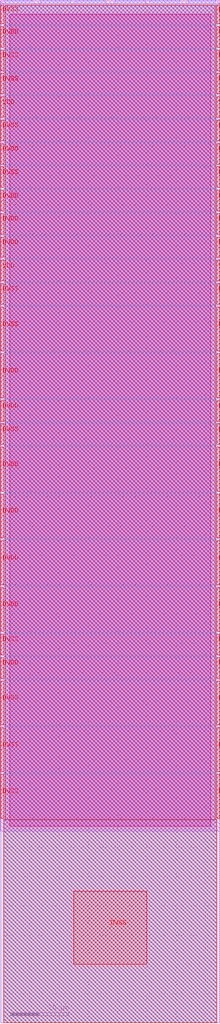
<source format=lef>
VERSION 5.7 ;
  NOWIREEXTENSIONATPIN ON ;
  DIVIDERCHAR "/" ;
  BUSBITCHARS "[]" ;
MACRO gf180mcu_fd_io__dvss
  CLASS PAD POWER ;
  FOREIGN gf180mcu_fd_io__dvss ;
  ORIGIN 0.000 0.000 ;
  SIZE 75.000 BY 350.000 ;
  SYMMETRY X Y R90 ;
  SITE GF_IO_Site ;
  PIN DVDD
    DIRECTION INOUT ;
    USE POWER ;
    PORT
      LAYER Metal5 ;
        RECT 74.000 118.000 75.000 125.000 ;
    END
    PORT
      LAYER Metal5 ;
        RECT 74.000 182.000 75.000 197.000 ;
    END
    PORT
      LAYER Metal5 ;
        RECT 74.000 166.000 75.000 181.000 ;
    END
    PORT
      LAYER Metal5 ;
        RECT 74.000 150.000 75.000 165.000 ;
    END
    PORT
      LAYER Metal5 ;
        RECT 74.000 134.000 75.000 149.000 ;
    END
    PORT
      LAYER Metal5 ;
        RECT 74.000 214.000 75.000 229.000 ;
    END
    PORT
      LAYER Metal5 ;
        RECT 74.000 206.000 75.000 213.000 ;
    END
    PORT
      LAYER Metal5 ;
        RECT 74.000 278.000 75.000 285.000 ;
    END
    PORT
      LAYER Metal5 ;
        RECT 74.000 270.000 75.000 277.000 ;
    END
    PORT
      LAYER Metal5 ;
        RECT 74.000 262.000 75.000 269.000 ;
    END
    PORT
      LAYER Metal5 ;
        RECT 74.000 294.000 75.000 301.000 ;
    END
    PORT
      LAYER Metal5 ;
        RECT 74.000 334.000 75.000 341.000 ;
    END
    PORT
      LAYER Metal4 ;
        RECT 74.000 118.000 75.000 125.000 ;
    END
    PORT
      LAYER Metal4 ;
        RECT 74.000 182.000 75.000 197.000 ;
    END
    PORT
      LAYER Metal4 ;
        RECT 74.000 166.000 75.000 181.000 ;
    END
    PORT
      LAYER Metal4 ;
        RECT 74.000 150.000 75.000 165.000 ;
    END
    PORT
      LAYER Metal4 ;
        RECT 74.000 134.000 75.000 149.000 ;
    END
    PORT
      LAYER Metal4 ;
        RECT 74.000 214.000 75.000 229.000 ;
    END
    PORT
      LAYER Metal4 ;
        RECT 74.000 206.000 75.000 213.000 ;
    END
    PORT
      LAYER Metal4 ;
        RECT 74.000 278.000 75.000 285.000 ;
    END
    PORT
      LAYER Metal4 ;
        RECT 74.000 270.000 75.000 277.000 ;
    END
    PORT
      LAYER Metal4 ;
        RECT 74.000 262.000 75.000 269.000 ;
    END
    PORT
      LAYER Metal4 ;
        RECT 74.000 294.000 75.000 301.000 ;
    END
    PORT
      LAYER Metal4 ;
        RECT 74.000 334.000 75.000 341.000 ;
    END
    PORT
      LAYER Metal3 ;
        RECT 74.000 118.000 75.000 125.000 ;
    END
    PORT
      LAYER Metal3 ;
        RECT 74.000 182.000 75.000 197.000 ;
    END
    PORT
      LAYER Metal3 ;
        RECT 74.000 166.000 75.000 181.000 ;
    END
    PORT
      LAYER Metal3 ;
        RECT 74.000 150.000 75.000 165.000 ;
    END
    PORT
      LAYER Metal3 ;
        RECT 74.000 134.000 75.000 149.000 ;
    END
    PORT
      LAYER Metal3 ;
        RECT 74.000 214.000 75.000 229.000 ;
    END
    PORT
      LAYER Metal3 ;
        RECT 74.000 206.000 75.000 213.000 ;
    END
    PORT
      LAYER Metal3 ;
        RECT 74.000 278.000 75.000 285.000 ;
    END
    PORT
      LAYER Metal3 ;
        RECT 74.000 270.000 75.000 277.000 ;
    END
    PORT
      LAYER Metal3 ;
        RECT 74.000 262.000 75.000 269.000 ;
    END
    PORT
      LAYER Metal3 ;
        RECT 74.000 294.000 75.000 301.000 ;
    END
    PORT
      LAYER Metal3 ;
        RECT 74.000 334.000 75.000 341.000 ;
    END
    PORT
      LAYER Metal3 ;
        RECT 0.000 334.000 1.000 341.000 ;
    END
    PORT
      LAYER Metal3 ;
        RECT 0.000 294.000 1.000 301.000 ;
    END
    PORT
      LAYER Metal3 ;
        RECT 0.000 262.000 1.000 269.000 ;
    END
    PORT
      LAYER Metal3 ;
        RECT 0.000 270.000 1.000 277.000 ;
    END
    PORT
      LAYER Metal3 ;
        RECT 0.000 278.000 1.000 285.000 ;
    END
    PORT
      LAYER Metal3 ;
        RECT 0.000 206.000 1.000 213.000 ;
    END
    PORT
      LAYER Metal3 ;
        RECT 0.000 214.000 1.000 229.000 ;
    END
    PORT
      LAYER Metal3 ;
        RECT 0.000 134.000 1.000 149.000 ;
    END
    PORT
      LAYER Metal3 ;
        RECT 0.000 150.000 1.000 165.000 ;
    END
    PORT
      LAYER Metal3 ;
        RECT 0.000 166.000 1.000 181.000 ;
    END
    PORT
      LAYER Metal3 ;
        RECT 0.000 182.000 1.000 197.000 ;
    END
    PORT
      LAYER Metal4 ;
        RECT 0.000 334.000 1.000 341.000 ;
    END
    PORT
      LAYER Metal4 ;
        RECT 0.000 294.000 1.000 301.000 ;
    END
    PORT
      LAYER Metal4 ;
        RECT 0.000 262.000 1.000 269.000 ;
    END
    PORT
      LAYER Metal4 ;
        RECT 0.000 270.000 1.000 277.000 ;
    END
    PORT
      LAYER Metal4 ;
        RECT 0.000 278.000 1.000 285.000 ;
    END
    PORT
      LAYER Metal4 ;
        RECT 0.000 206.000 1.000 213.000 ;
    END
    PORT
      LAYER Metal4 ;
        RECT 0.000 214.000 1.000 229.000 ;
    END
    PORT
      LAYER Metal4 ;
        RECT 0.000 134.000 1.000 149.000 ;
    END
    PORT
      LAYER Metal4 ;
        RECT 0.000 150.000 1.000 165.000 ;
    END
    PORT
      LAYER Metal4 ;
        RECT 0.000 166.000 1.000 181.000 ;
    END
    PORT
      LAYER Metal4 ;
        RECT 0.000 182.000 1.000 197.000 ;
    END
    PORT
      LAYER Metal5 ;
        RECT 0.000 334.000 1.000 341.000 ;
    END
    PORT
      LAYER Metal5 ;
        RECT 0.000 294.000 1.000 301.000 ;
    END
    PORT
      LAYER Metal5 ;
        RECT 0.000 262.000 1.000 269.000 ;
    END
    PORT
      LAYER Metal5 ;
        RECT 0.000 270.000 1.000 277.000 ;
    END
    PORT
      LAYER Metal5 ;
        RECT 0.000 278.000 1.000 285.000 ;
    END
    PORT
      LAYER Metal5 ;
        RECT 0.000 206.000 1.000 213.000 ;
    END
    PORT
      LAYER Metal5 ;
        RECT 0.000 214.000 1.000 229.000 ;
    END
    PORT
      LAYER Metal5 ;
        RECT 0.000 134.000 1.000 149.000 ;
    END
    PORT
      LAYER Metal5 ;
        RECT 0.000 150.000 1.000 165.000 ;
    END
    PORT
      LAYER Metal5 ;
        RECT 0.000 166.000 1.000 181.000 ;
    END
    PORT
      LAYER Metal5 ;
        RECT 0.000 182.000 1.000 197.000 ;
    END
    PORT
      LAYER Metal5 ;
        RECT 0.000 118.000 1.000 125.000 ;
    END
    PORT
      LAYER Metal4 ;
        RECT 0.000 118.000 1.000 125.000 ;
    END
    PORT
      LAYER Metal3 ;
        RECT 0.000 118.000 1.000 125.000 ;
    END
  END DVDD
  PIN DVSS
    DIRECTION INOUT ;
    USE GROUND ;
    PORT
      LAYER Metal5 ;
        RECT 25.000 20.000 50.000 45.000 ;
    END
    PORT
      LAYER Metal5 ;
        RECT 74.000 102.000 75.000 117.000 ;
    END
    PORT
      LAYER Metal5 ;
        RECT 74.000 86.000 75.000 101.000 ;
    END
    PORT
      LAYER Metal5 ;
        RECT 74.000 70.000 75.000 85.000 ;
    END
    PORT
      LAYER Metal5 ;
        RECT 74.000 126.000 75.000 133.000 ;
    END
    PORT
      LAYER Metal5 ;
        RECT 74.000 198.000 75.000 205.000 ;
    END
    PORT
      LAYER Metal5 ;
        RECT 74.000 230.000 75.000 245.000 ;
    END
    PORT
      LAYER Metal5 ;
        RECT 74.000 246.000 75.000 253.000 ;
    END
    PORT
      LAYER Metal5 ;
        RECT 74.000 286.000 75.000 293.000 ;
    END
    PORT
      LAYER Metal5 ;
        RECT 74.000 302.000 75.000 309.000 ;
    END
    PORT
      LAYER Metal5 ;
        RECT 74.000 318.000 75.000 325.000 ;
    END
    PORT
      LAYER Metal5 ;
        RECT 74.000 326.000 75.000 333.000 ;
    END
    PORT
      LAYER Metal5 ;
        RECT 74.000 342.000 75.000 348.390 ;
    END
    PORT
      LAYER Metal4 ;
        RECT 74.000 102.000 75.000 117.000 ;
    END
    PORT
      LAYER Metal4 ;
        RECT 74.000 86.000 75.000 101.000 ;
    END
    PORT
      LAYER Metal4 ;
        RECT 74.000 70.000 75.000 85.000 ;
    END
    PORT
      LAYER Metal4 ;
        RECT 74.000 126.000 75.000 133.000 ;
    END
    PORT
      LAYER Metal4 ;
        RECT 74.000 198.000 75.000 205.000 ;
    END
    PORT
      LAYER Metal4 ;
        RECT 74.000 230.000 75.000 245.000 ;
    END
    PORT
      LAYER Metal4 ;
        RECT 74.000 246.000 75.000 253.000 ;
    END
    PORT
      LAYER Metal4 ;
        RECT 74.000 286.000 75.000 293.000 ;
    END
    PORT
      LAYER Metal4 ;
        RECT 74.000 302.000 75.000 309.000 ;
    END
    PORT
      LAYER Metal4 ;
        RECT 74.000 318.000 75.000 325.000 ;
    END
    PORT
      LAYER Metal4 ;
        RECT 74.000 326.000 75.000 333.000 ;
    END
    PORT
      LAYER Metal4 ;
        RECT 74.000 342.000 75.000 348.390 ;
    END
    PORT
      LAYER Metal3 ;
        RECT 74.000 102.000 75.000 117.000 ;
    END
    PORT
      LAYER Metal3 ;
        RECT 74.000 86.000 75.000 101.000 ;
    END
    PORT
      LAYER Metal3 ;
        RECT 74.000 70.000 75.000 85.000 ;
    END
    PORT
      LAYER Metal3 ;
        RECT 74.000 126.000 75.000 133.000 ;
    END
    PORT
      LAYER Metal3 ;
        RECT 74.000 198.000 75.000 205.000 ;
    END
    PORT
      LAYER Metal3 ;
        RECT 74.000 230.000 75.000 245.000 ;
    END
    PORT
      LAYER Metal3 ;
        RECT 74.000 246.000 75.000 253.000 ;
    END
    PORT
      LAYER Metal3 ;
        RECT 74.000 286.000 75.000 293.000 ;
    END
    PORT
      LAYER Metal3 ;
        RECT 74.000 302.000 75.000 309.000 ;
    END
    PORT
      LAYER Metal3 ;
        RECT 74.000 318.000 75.000 325.000 ;
    END
    PORT
      LAYER Metal3 ;
        RECT 74.000 326.000 75.000 333.000 ;
    END
    PORT
      LAYER Metal3 ;
        RECT 74.000 342.000 75.000 348.390 ;
    END
    PORT
      LAYER Metal2 ;
        RECT 1.360 349.000 10.860 350.000 ;
    END
    PORT
      LAYER Metal2 ;
        RECT 13.760 349.000 24.010 350.000 ;
    END
    PORT
      LAYER Metal2 ;
        RECT 25.610 349.000 35.860 350.000 ;
    END
    PORT
      LAYER Metal2 ;
        RECT 39.140 349.000 49.390 350.000 ;
    END
    PORT
      LAYER Metal2 ;
        RECT 50.990 349.000 61.240 350.000 ;
    END
    PORT
      LAYER Metal3 ;
        RECT 0.000 342.000 1.000 348.390 ;
    END
    PORT
      LAYER Metal3 ;
        RECT 0.000 326.000 1.000 333.000 ;
    END
    PORT
      LAYER Metal3 ;
        RECT 0.000 318.000 1.000 325.000 ;
    END
    PORT
      LAYER Metal3 ;
        RECT 0.000 302.000 1.000 309.000 ;
    END
    PORT
      LAYER Metal3 ;
        RECT 0.000 286.000 1.000 293.000 ;
    END
    PORT
      LAYER Metal3 ;
        RECT 0.000 246.000 1.000 253.000 ;
    END
    PORT
      LAYER Metal3 ;
        RECT 0.000 230.000 1.000 245.000 ;
    END
    PORT
      LAYER Metal3 ;
        RECT 0.000 198.000 1.000 205.000 ;
    END
    PORT
      LAYER Metal3 ;
        RECT 0.000 126.000 1.000 133.000 ;
    END
    PORT
      LAYER Metal3 ;
        RECT 0.000 70.000 1.000 85.000 ;
    END
    PORT
      LAYER Metal3 ;
        RECT 0.000 86.000 1.000 101.000 ;
    END
    PORT
      LAYER Metal4 ;
        RECT 0.000 342.000 1.000 348.390 ;
    END
    PORT
      LAYER Metal4 ;
        RECT 0.000 326.000 1.000 333.000 ;
    END
    PORT
      LAYER Metal4 ;
        RECT 0.000 318.000 1.000 325.000 ;
    END
    PORT
      LAYER Metal4 ;
        RECT 0.000 302.000 1.000 309.000 ;
    END
    PORT
      LAYER Metal4 ;
        RECT 0.000 286.000 1.000 293.000 ;
    END
    PORT
      LAYER Metal4 ;
        RECT 0.000 246.000 1.000 253.000 ;
    END
    PORT
      LAYER Metal4 ;
        RECT 0.000 230.000 1.000 245.000 ;
    END
    PORT
      LAYER Metal4 ;
        RECT 0.000 198.000 1.000 205.000 ;
    END
    PORT
      LAYER Metal4 ;
        RECT 0.000 126.000 1.000 133.000 ;
    END
    PORT
      LAYER Metal4 ;
        RECT 0.000 70.000 1.000 85.000 ;
    END
    PORT
      LAYER Metal4 ;
        RECT 0.000 86.000 1.000 101.000 ;
    END
    PORT
      LAYER Metal5 ;
        RECT 0.000 342.000 1.000 348.390 ;
    END
    PORT
      LAYER Metal5 ;
        RECT 0.000 326.000 1.000 333.000 ;
    END
    PORT
      LAYER Metal5 ;
        RECT 0.000 318.000 1.000 325.000 ;
    END
    PORT
      LAYER Metal5 ;
        RECT 0.000 302.000 1.000 309.000 ;
    END
    PORT
      LAYER Metal5 ;
        RECT 0.000 286.000 1.000 293.000 ;
    END
    PORT
      LAYER Metal5 ;
        RECT 0.000 246.000 1.000 253.000 ;
    END
    PORT
      LAYER Metal5 ;
        RECT 0.000 230.000 1.000 245.000 ;
    END
    PORT
      LAYER Metal5 ;
        RECT 0.000 198.000 1.000 205.000 ;
    END
    PORT
      LAYER Metal5 ;
        RECT 0.000 126.000 1.000 133.000 ;
    END
    PORT
      LAYER Metal5 ;
        RECT 0.000 70.000 1.000 85.000 ;
    END
    PORT
      LAYER Metal5 ;
        RECT 0.000 86.000 1.000 101.000 ;
    END
    PORT
      LAYER Metal5 ;
        RECT 0.000 102.000 1.000 117.000 ;
    END
    PORT
      LAYER Metal4 ;
        RECT 0.000 102.000 1.000 117.000 ;
    END
    PORT
      LAYER Metal3 ;
        RECT 0.000 102.000 1.000 117.000 ;
    END
    PORT
      LAYER Metal2 ;
        RECT 64.140 349.000 73.640 350.000 ;
    END
  END DVSS
  PIN VDD
    DIRECTION INOUT ;
    USE POWER ;
    PORT
      LAYER Metal5 ;
        RECT 74.000 254.000 75.000 261.000 ;
    END
    PORT
      LAYER Metal5 ;
        RECT 74.000 310.000 75.000 317.000 ;
    END
    PORT
      LAYER Metal4 ;
        RECT 74.000 254.000 75.000 261.000 ;
    END
    PORT
      LAYER Metal4 ;
        RECT 74.000 310.000 75.000 317.000 ;
    END
    PORT
      LAYER Metal3 ;
        RECT 74.000 254.000 75.000 261.000 ;
    END
    PORT
      LAYER Metal3 ;
        RECT 74.000 310.000 75.000 317.000 ;
    END
    PORT
      LAYER Metal3 ;
        RECT 0.000 310.000 1.000 317.000 ;
    END
    PORT
      LAYER Metal4 ;
        RECT 0.000 310.000 1.000 317.000 ;
    END
    PORT
      LAYER Metal5 ;
        RECT 0.000 310.000 1.000 317.000 ;
    END
    PORT
      LAYER Metal5 ;
        RECT 0.000 254.000 1.000 261.000 ;
    END
    PORT
      LAYER Metal4 ;
        RECT 0.000 254.000 1.000 261.000 ;
    END
    PORT
      LAYER Metal3 ;
        RECT 0.000 254.000 1.000 261.000 ;
    END
  END VDD
#  PIN PAD
#    DIRECTION INOUT ;
#    USE POWER ;
#    PORT
#      LAYER Metal5 ;
#        RECT 25.000 20.000 50.000 45.000 ;
#    END
#  END PAD
  OBS
      LAYER Nwell ;
        RECT 3.060 67.195 71.940 345.275 ;
      LAYER Metal1 ;
        RECT -0.160 65.540 75.160 349.785 ;
      LAYER Metal2 ;
        RECT 0.000 348.700 1.060 349.000 ;
        RECT 11.160 348.700 13.460 349.000 ;
        RECT 24.310 348.700 25.310 349.000 ;
        RECT 36.160 348.700 38.840 349.000 ;
        RECT 49.690 348.700 50.690 349.000 ;
        RECT 61.540 348.700 63.840 349.000 ;
        RECT 73.940 348.700 75.000 349.000 ;
        RECT 0.000 0.000 75.000 348.700 ;
      LAYER Metal3 ;
        RECT 1.300 341.700 73.700 348.390 ;
        RECT 1.000 341.300 74.000 341.700 ;
        RECT 1.300 333.700 73.700 341.300 ;
        RECT 1.000 333.300 74.000 333.700 ;
        RECT 1.300 325.700 73.700 333.300 ;
        RECT 1.000 325.300 74.000 325.700 ;
        RECT 1.300 317.700 73.700 325.300 ;
        RECT 1.000 317.300 74.000 317.700 ;
        RECT 1.300 309.700 73.700 317.300 ;
        RECT 1.000 309.300 74.000 309.700 ;
        RECT 1.300 301.700 73.700 309.300 ;
        RECT 1.000 301.300 74.000 301.700 ;
        RECT 1.300 293.700 73.700 301.300 ;
        RECT 1.000 293.300 74.000 293.700 ;
        RECT 1.300 285.700 73.700 293.300 ;
        RECT 1.000 285.300 74.000 285.700 ;
        RECT 1.300 277.700 73.700 285.300 ;
        RECT 1.000 277.300 74.000 277.700 ;
        RECT 1.300 269.700 73.700 277.300 ;
        RECT 1.000 269.300 74.000 269.700 ;
        RECT 1.300 261.700 73.700 269.300 ;
        RECT 1.000 261.300 74.000 261.700 ;
        RECT 1.300 253.700 73.700 261.300 ;
        RECT 1.000 253.300 74.000 253.700 ;
        RECT 1.300 245.700 73.700 253.300 ;
        RECT 1.000 245.300 74.000 245.700 ;
        RECT 1.300 229.700 73.700 245.300 ;
        RECT 1.000 229.300 74.000 229.700 ;
        RECT 1.300 213.700 73.700 229.300 ;
        RECT 1.000 213.300 74.000 213.700 ;
        RECT 1.300 205.700 73.700 213.300 ;
        RECT 1.000 205.300 74.000 205.700 ;
        RECT 1.300 197.700 73.700 205.300 ;
        RECT 1.000 197.300 74.000 197.700 ;
        RECT 1.300 181.700 73.700 197.300 ;
        RECT 1.000 181.300 74.000 181.700 ;
        RECT 1.300 165.700 73.700 181.300 ;
        RECT 1.000 165.300 74.000 165.700 ;
        RECT 1.300 149.700 73.700 165.300 ;
        RECT 1.000 149.300 74.000 149.700 ;
        RECT 1.300 133.700 73.700 149.300 ;
        RECT 1.000 133.300 74.000 133.700 ;
        RECT 1.300 125.700 73.700 133.300 ;
        RECT 1.000 125.300 74.000 125.700 ;
        RECT 1.300 117.700 73.700 125.300 ;
        RECT 1.000 117.300 74.000 117.700 ;
        RECT 1.300 101.700 73.700 117.300 ;
        RECT 1.000 101.300 74.000 101.700 ;
        RECT 1.300 85.700 73.700 101.300 ;
        RECT 1.000 85.300 74.000 85.700 ;
        RECT 1.300 69.700 73.700 85.300 ;
        RECT 1.000 0.000 74.000 69.700 ;
      LAYER Metal4 ;
        RECT 1.300 341.700 73.700 348.390 ;
        RECT 1.000 341.300 74.000 341.700 ;
        RECT 1.300 333.700 73.700 341.300 ;
        RECT 1.000 333.300 74.000 333.700 ;
        RECT 1.300 325.700 73.700 333.300 ;
        RECT 1.000 325.300 74.000 325.700 ;
        RECT 1.300 317.700 73.700 325.300 ;
        RECT 1.000 317.300 74.000 317.700 ;
        RECT 1.300 309.700 73.700 317.300 ;
        RECT 1.000 309.300 74.000 309.700 ;
        RECT 1.300 301.700 73.700 309.300 ;
        RECT 1.000 301.300 74.000 301.700 ;
        RECT 1.300 293.700 73.700 301.300 ;
        RECT 1.000 293.300 74.000 293.700 ;
        RECT 1.300 285.700 73.700 293.300 ;
        RECT 1.000 285.300 74.000 285.700 ;
        RECT 1.300 277.700 73.700 285.300 ;
        RECT 1.000 277.300 74.000 277.700 ;
        RECT 1.300 269.700 73.700 277.300 ;
        RECT 1.000 269.300 74.000 269.700 ;
        RECT 1.300 261.700 73.700 269.300 ;
        RECT 1.000 261.300 74.000 261.700 ;
        RECT 1.300 253.700 73.700 261.300 ;
        RECT 1.000 253.300 74.000 253.700 ;
        RECT 1.300 245.700 73.700 253.300 ;
        RECT 1.000 245.300 74.000 245.700 ;
        RECT 1.300 229.700 73.700 245.300 ;
        RECT 1.000 229.300 74.000 229.700 ;
        RECT 1.300 213.700 73.700 229.300 ;
        RECT 1.000 213.300 74.000 213.700 ;
        RECT 1.300 205.700 73.700 213.300 ;
        RECT 1.000 205.300 74.000 205.700 ;
        RECT 1.300 197.700 73.700 205.300 ;
        RECT 1.000 197.300 74.000 197.700 ;
        RECT 1.300 181.700 73.700 197.300 ;
        RECT 1.000 181.300 74.000 181.700 ;
        RECT 1.300 165.700 73.700 181.300 ;
        RECT 1.000 165.300 74.000 165.700 ;
        RECT 1.300 149.700 73.700 165.300 ;
        RECT 1.000 149.300 74.000 149.700 ;
        RECT 1.300 133.700 73.700 149.300 ;
        RECT 1.000 133.300 74.000 133.700 ;
        RECT 1.300 125.700 73.700 133.300 ;
        RECT 1.000 125.300 74.000 125.700 ;
        RECT 1.300 117.700 73.700 125.300 ;
        RECT 1.000 117.300 74.000 117.700 ;
        RECT 1.300 101.700 73.700 117.300 ;
        RECT 1.000 101.300 74.000 101.700 ;
        RECT 1.300 85.700 73.700 101.300 ;
        RECT 1.000 85.300 74.000 85.700 ;
        RECT 1.300 69.700 73.700 85.300 ;
        RECT 1.000 0.000 74.000 69.700 ;
      LAYER Metal5 ;
        RECT 1.500 69.500 73.500 348.390 ;
        RECT 1.000 0.000 74.000 69.500 ;
  END
END gf180mcu_fd_io__dvss
END LIBRARY


</source>
